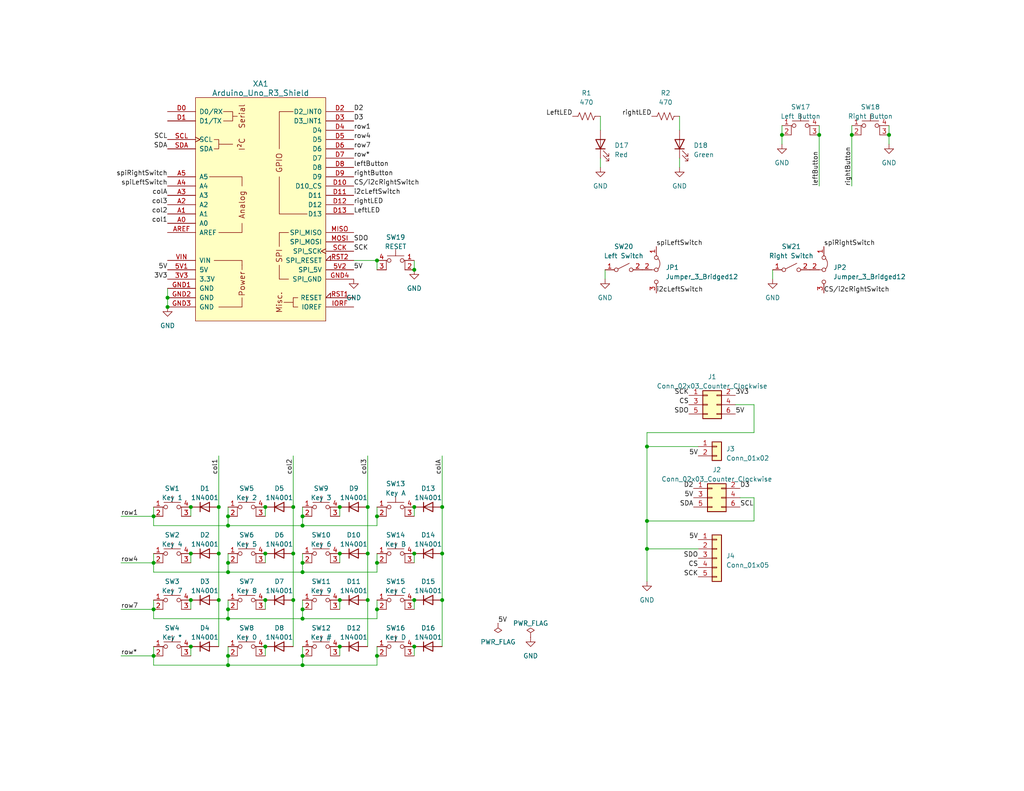
<source format=kicad_sch>
(kicad_sch (version 20230121) (generator eeschema)
  (paper "USLetter")
  (title_block (title "Cow Pi") (date "2023-05-25") (rev "mk3b") (comment 1 "5V Arduino Uno") (comment 2 "Through-hole PCB") (comment 3 "(no specific display module)") (comment 4 "SPI- or I2C-controlled display module"))
  (lib_symbols
    (symbol "1N4001_1" (pin_numbers hide) (pin_names hide)
      (property "Reference" "D" (at 0 2.54 0))
      (property "Value" "1N4001" (at 0 -2.54 0))
      (symbol "1N4001_1_0_1"
        (polyline (pts (xy -1.27 1.27) (xy -1.27 -1.27)) (stroke (width 0.254)))
        (polyline (pts (xy 1.27 0) (xy -1.27 0)))
        (polyline (pts (xy 1.27 1.27) (xy 1.27 -1.27) (xy -1.27 0) (xy 1.27 1.27)) (stroke (width 0.254)))
      )
      (symbol "1N4001_1_1_1"
        (pin passive line (at -3.81 0 0) (length 2.54) (name "K") (number "1"))
        (pin passive line (at 3.81 0 180) (length 2.54) (name "A") (number "2"))
      )
    )
    (symbol "Connector_Generic:Conn_01x02" (pin_names (offset 1.016) hide)
      (property "Reference" "J" (at 0 2.54 0))
      (property "Value" "Conn_01x02" (at 0 -5.08 0))
      (symbol "Conn_01x02_1_1"
        (rectangle (start -1.27 -2.413) (end 0 -2.667) (stroke (width 0.1524)))
        (rectangle (start -1.27 0.127) (end 0 -0.127) (stroke (width 0.1524)))
        (rectangle (start -1.27 1.27) (end 1.27 -3.81) (stroke (width 0.254)) (fill (type background)))
        (pin passive line (at -5.08 0 0) (length 3.81) (name "Pin_1") (number "1"))
        (pin passive line (at -5.08 -2.54 0) (length 3.81) (name "Pin_2") (number "2"))
      )
    )
    (symbol "Connector_Generic:Conn_01x05" (pin_names (offset 1.016) hide)
      (property "Reference" "J" (at 0 7.62 0))
      (property "Value" "Conn_01x05" (at 0 -7.62 0))
      (symbol "Conn_01x05_1_1"
        (rectangle (start -1.27 -4.953) (end 0 -5.207) (stroke (width 0.1524)))
        (rectangle (start -1.27 -2.413) (end 0 -2.667) (stroke (width 0.1524)))
        (rectangle (start -1.27 0.127) (end 0 -0.127) (stroke (width 0.1524)))
        (rectangle (start -1.27 2.667) (end 0 2.413) (stroke (width 0.1524)))
        (rectangle (start -1.27 5.207) (end 0 4.953) (stroke (width 0.1524)))
        (rectangle (start -1.27 6.35) (end 1.27 -6.35) (stroke (width 0.254)) (fill (type background)))
        (pin passive line (at -5.08 5.08 0) (length 3.81) (name "Pin_1") (number "1"))
        (pin passive line (at -5.08 2.54 0) (length 3.81) (name "Pin_2") (number "2"))
        (pin passive line (at -5.08 0 0) (length 3.81) (name "Pin_3") (number "3"))
        (pin passive line (at -5.08 -2.54 0) (length 3.81) (name "Pin_4") (number "4"))
        (pin passive line (at -5.08 -5.08 0) (length 3.81) (name "Pin_5") (number "5"))
      )
    )
    (symbol "Connector_Generic:Conn_02x03_Odd_Even" (pin_names (offset 1.016) hide)
      (property "Reference" "J" (at 1.27 5.08 0))
      (property "Value" "Conn_02x03_Odd_Even" (at 1.27 -5.08 0))
      (symbol "Conn_02x03_Odd_Even_1_1"
        (rectangle (start -1.27 -2.413) (end 0 -2.667) (stroke (width 0.1524)))
        (rectangle (start -1.27 0.127) (end 0 -0.127) (stroke (width 0.1524)))
        (rectangle (start -1.27 2.667) (end 0 2.413) (stroke (width 0.1524)))
        (rectangle (start -1.27 3.81) (end 3.81 -3.81) (stroke (width 0.254)) (fill (type background)))
        (rectangle (start 3.81 -2.413) (end 2.54 -2.667) (stroke (width 0.1524)))
        (rectangle (start 3.81 0.127) (end 2.54 -0.127) (stroke (width 0.1524)))
        (rectangle (start 3.81 2.667) (end 2.54 2.413) (stroke (width 0.1524)))
        (pin passive line (at -5.08 2.54 0) (length 3.81) (name "Pin_1") (number "1"))
        (pin passive line (at 7.62 2.54 180) (length 3.81) (name "Pin_2") (number "2"))
        (pin passive line (at -5.08 0 0) (length 3.81) (name "Pin_3") (number "3"))
        (pin passive line (at 7.62 0 180) (length 3.81) (name "Pin_4") (number "4"))
        (pin passive line (at -5.08 -2.54 0) (length 3.81) (name "Pin_5") (number "5"))
        (pin passive line (at 7.62 -2.54 180) (length 3.81) (name "Pin_6") (number "6"))
      )
    )
    (symbol "Device:LED" (pin_numbers hide) (pin_names (offset 1.016) hide)
      (property "Reference" "D" (at 0 2.54 0))
      (property "Value" "LED" (at 0 -2.54 0))
      (symbol "LED_0_1"
        (polyline (pts (xy -1.27 -1.27) (xy -1.27 1.27)) (stroke (width 0.254)))
        (polyline (pts (xy -1.27 0) (xy 1.27 0)))
        (polyline (pts (xy 1.27 -1.27) (xy 1.27 1.27) (xy -1.27 0) (xy 1.27 -1.27)) (stroke (width 0.254)))
        (polyline (pts (xy -3.048 -0.762) (xy -4.572 -2.286) (xy -3.81 -2.286) (xy -4.572 -2.286) (xy -4.572 -1.524)))
        (polyline (pts (xy -1.778 -0.762) (xy -3.302 -2.286) (xy -2.54 -2.286) (xy -3.302 -2.286) (xy -3.302 -1.524)))
      )
      (symbol "LED_1_1"
        (pin passive line (at -3.81 0 0) (length 2.54) (name "K") (number "1"))
        (pin passive line (at 3.81 0 180) (length 2.54) (name "A") (number "2"))
      )
    )
    (symbol "Device:R_US" (pin_numbers hide) (pin_names (offset 0))
      (property "Reference" "R" (at 2.54 0 90))
      (property "Value" "R_US" (at -2.54 0 90))
      (symbol "R_US_0_1"
        (polyline (pts (xy 0 -2.286) (xy 0 -2.54)))
        (polyline (pts (xy 0 2.286) (xy 0 2.54)))
        (polyline (pts (xy 0 -0.762) (xy 1.016 -1.143) (xy 0 -1.524) (xy -1.016 -1.905) (xy 0 -2.286)))
        (polyline (pts (xy 0 0.762) (xy 1.016 0.381) (xy 0 0) (xy -1.016 -0.381) (xy 0 -0.762)))
        (polyline (pts (xy 0 2.286) (xy 1.016 1.905) (xy 0 1.524) (xy -1.016 1.143) (xy 0 0.762)))
      )
      (symbol "R_US_1_1"
        (pin passive line (at 0 3.81 270) (length 1.27) (name "~") (number "1"))
        (pin passive line (at 0 -3.81 90) (length 1.27) (name "~") (number "2"))
      )
    )
    (symbol "Diode:1N4001" (pin_numbers hide) (pin_names hide)
      (property "Reference" "D" (at 0 2.54 0))
      (property "Value" "1N4001" (at 0 -2.54 0))
      (symbol "1N4001_0_1"
        (polyline (pts (xy -1.27 1.27) (xy -1.27 -1.27)) (stroke (width 0.254)))
        (polyline (pts (xy 1.27 0) (xy -1.27 0)))
        (polyline (pts (xy 1.27 1.27) (xy 1.27 -1.27) (xy -1.27 0) (xy 1.27 1.27)) (stroke (width 0.254)))
      )
      (symbol "1N4001_1_1"
        (pin passive line (at -3.81 0 0) (length 2.54) (name "K") (number "1"))
        (pin passive line (at 3.81 0 180) (length 2.54) (name "A") (number "2"))
      )
    )
    (symbol "GND_1" (power) (pin_names (offset 0))
      (property "Value" "GND_1" (at 0 -3.81 0))
      (symbol "GND_1_0_1"
        (polyline (pts (xy 0 0) (xy 0 -1.27) (xy 1.27 -1.27) (xy 0 -2.54) (xy -1.27 -1.27) (xy 0 -1.27)))
      )
      (symbol "GND_1_1_1"
        (pin power_in line (at 0 0 270) (length 0) hide (name "GND") (number "1"))
      )
    )
    (symbol "GND_2" (power) (pin_names (offset 0))
      (property "Value" "GND_2" (at 0 -3.81 0))
      (symbol "GND_2_0_1"
        (polyline (pts (xy 0 0) (xy 0 -1.27) (xy 1.27 -1.27) (xy 0 -2.54) (xy -1.27 -1.27) (xy 0 -1.27)))
      )
      (symbol "GND_2_1_1"
        (pin power_in line (at 0 0 270) (length 0) hide (name "GND") (number "1"))
      )
    )
    (symbol "Jumper:Jumper_3_Bridged12" (pin_names (offset 0) hide)
      (property "Reference" "JP" (at -2.54 -2.54 0))
      (property "Value" "Jumper_3_Bridged12" (at 0 2.794 0))
      (symbol "Jumper_3_Bridged12_0_0"
        (circle (center -3.302 0) (radius 0.508))
        (circle (center 0 0) (radius 0.508))
        (circle (center 3.302 0) (radius 0.508))
      )
      (symbol "Jumper_3_Bridged12_0_1"
        (arc (start -0.254 0.508) (mid -1.651 0.9912) (end -3.048 0.508))
        (polyline (pts (xy 0 -1.27) (xy 0 -0.508)))
      )
      (symbol "Jumper_3_Bridged12_1_1"
        (pin passive line (at -6.35 0 0) (length 2.54) (name "A") (number "1"))
        (pin passive line (at 0 -3.81 90) (length 2.54) (name "C") (number "2"))
        (pin passive line (at 6.35 0 180) (length 2.54) (name "B") (number "3"))
      )
    )
    (symbol "PCM_arduino-library:Arduino_Uno_R3_Shield" (pin_names (offset 1.016))
      (property "Reference" "XA" (at 0 36.83 0))
      (property "Value" "Arduino_Uno_R3_Shield" (at 0 33.02 0))
      (symbol "Arduino_Uno_R3_Shield_0_0"
        (rectangle (start -17.78 30.48) (end 17.78 -30.48) (fill (type background)))
        (rectangle (start -12.7 -13.97) (end -5.08 -13.97))
        (rectangle (start -11.43 -26.67) (end -5.08 -26.67))
        (polyline (pts (xy -11.43 17.78) (xy -7.62 17.78)))
        (polyline (pts (xy -7.62 25.4) (xy -6.35 25.4)))
        (polyline (pts (xy -5.08 -26.67) (xy -5.08 -24.13)))
        (polyline (pts (xy -5.08 -15.24) (xy -5.08 -16.51)))
        (polyline (pts (xy -5.08 -13.97) (xy -5.08 -15.24)))
        (polyline (pts (xy -5.08 -3.81) (xy -5.08 -6.35) (xy -11.43 -6.35)))
        (polyline (pts (xy -5.08 6.35) (xy -5.08 8.89) (xy -13.97 8.89)))
        (polyline (pts (xy 5.08 8.89) (xy 5.08 -1.27) (xy 12.7 -1.27)))
        (polyline (pts (xy 5.08 16.51) (xy 5.08 26.67) (xy 8.89 26.67)))
        (polyline (pts (xy -12.7 19.05) (xy -11.43 19.05) (xy -11.43 16.51) (xy -12.7 16.51)))
        (polyline (pts (xy -10.16 26.67) (xy -7.62 26.67) (xy -7.62 24.13) (xy -10.16 24.13)))
        (rectangle (start 5.08 -19.05) (end 5.08 -15.24))
        (rectangle (start 5.08 -19.05) (end 7.62 -19.05))
        (rectangle (start 5.08 -10.16) (end 5.08 -6.35))
        (rectangle (start 7.62 -6.35) (end 5.08 -6.35))
        (rectangle (start 8.89 -25.4) (end 6.35 -25.4))
        (rectangle (start 8.89 -24.13) (end 8.89 -26.67))
        (rectangle (start 10.16 -26.67) (end 8.89 -26.67))
        (rectangle (start 10.16 -24.13) (end 8.89 -24.13))
        (text "Analog" (at -5.08 1.27 900) (effects (font (size 1.524 1.524))))
        (text "I²C" (at -5.08 17.78 900) (effects (font (size 1.524 1.524))))
        (text "Misc." (at 5.08 -25.4 900) (effects (font (size 1.524 1.524))))
        (text "Power" (at -5.08 -20.32 900) (effects (font (size 1.524 1.524))))
        (text "Serial" (at -5.08 25.4 900) (effects (font (size 1.524 1.524))))
        (text "SPI" (at 5.08 -12.7 900) (effects (font (size 1.524 1.524))))
      )
      (symbol "Arduino_Uno_R3_Shield_1_0"
        (text "GPIO" (at 5.08 12.7 900) (effects (font (size 1.524 1.524))))
      )
      (symbol "Arduino_Uno_R3_Shield_1_1"
        (pin power_out line (at -25.4 -19.05 0) (length 7.62) (name "3.3V") (number "3V3"))
        (pin power_in line (at -25.4 -16.51 0) (length 7.62) (name "5V") (number "5V1"))
        (pin power_in line (at 25.4 -16.51 180) (length 7.62) (name "SPI_5V") (number "5V2"))
        (pin bidirectional line (at -25.4 -3.81 0) (length 7.62) (name "A0") (number "A0"))
        (pin bidirectional line (at -25.4 -1.27 0) (length 7.62) (name "A1") (number "A1"))
        (pin bidirectional line (at -25.4 1.27 0) (length 7.62) (name "A2") (number "A2"))
        (pin bidirectional line (at -25.4 3.81 0) (length 7.62) (name "A3") (number "A3"))
        (pin bidirectional line (at -25.4 6.35 0) (length 7.62) (name "A4") (number "A4"))
        (pin bidirectional line (at -25.4 8.89 0) (length 7.62) (name "A5") (number "A5"))
        (pin input line (at -25.4 -6.35 0) (length 7.62) (name "AREF") (number "AREF"))
        (pin bidirectional line (at -25.4 26.67 0) (length 7.62) (name "D0/RX") (number "D0"))
        (pin bidirectional line (at -25.4 24.13 0) (length 7.62) (name "D1/TX") (number "D1"))
        (pin bidirectional line (at 25.4 6.35 180) (length 7.62) (name "D10_CS") (number "D10"))
        (pin bidirectional line (at 25.4 3.81 180) (length 7.62) (name "D11") (number "D11"))
        (pin bidirectional line (at 25.4 1.27 180) (length 7.62) (name "D12") (number "D12"))
        (pin bidirectional line (at 25.4 -1.27 180) (length 7.62) (name "D13") (number "D13"))
        (pin bidirectional line (at 25.4 26.67 180) (length 7.62) (name "D2_INT0") (number "D2"))
        (pin bidirectional line (at 25.4 24.13 180) (length 7.62) (name "D3_INT1") (number "D3"))
        (pin bidirectional line (at 25.4 21.59 180) (length 7.62) (name "D4") (number "D4"))
        (pin bidirectional line (at 25.4 19.05 180) (length 7.62) (name "D5") (number "D5"))
        (pin bidirectional line (at 25.4 16.51 180) (length 7.62) (name "D6") (number "D6"))
        (pin bidirectional line (at 25.4 13.97 180) (length 7.62) (name "D7") (number "D7"))
        (pin bidirectional line (at 25.4 11.43 180) (length 7.62) (name "D8") (number "D8"))
        (pin bidirectional line (at 25.4 8.89 180) (length 7.62) (name "D9") (number "D9"))
        (pin power_in line (at -25.4 -21.59 0) (length 7.62) (name "GND") (number "GND1"))
        (pin power_in line (at -25.4 -24.13 0) (length 7.62) (name "GND") (number "GND2"))
        (pin power_in line (at -25.4 -26.67 0) (length 7.62) (name "GND") (number "GND3"))
        (pin power_in line (at 25.4 -19.05 180) (length 7.62) (name "SPI_GND") (number "GND4"))
        (pin output line (at 25.4 -26.67 180) (length 7.62) (name "IOREF") (number "IORF"))
        (pin input line (at 25.4 -6.35 180) (length 7.62) (name "SPI_MISO") (number "MISO"))
        (pin output line (at 25.4 -8.89 180) (length 7.62) (name "SPI_MOSI") (number "MOSI"))
        (pin open_collector input_low (at 25.4 -24.13 180) (length 7.62) (name "RESET") (number "RST1"))
        (pin open_collector input_low (at 25.4 -13.97 180) (length 7.62) (name "SPI_RESET") (number "RST2"))
        (pin output clock (at 25.4 -11.43 180) (length 7.62) (name "SPI_SCK") (number "SCK"))
        (pin bidirectional clock (at -25.4 19.05 0) (length 7.62) (name "SCL") (number "SCL"))
        (pin bidirectional line (at -25.4 16.51 0) (length 7.62) (name "SDA") (number "SDA"))
        (pin power_in line (at -25.4 -13.97 0) (length 7.62) (name "VIN") (number "VIN"))
      )
    )
    (symbol "PWR_FLAG_1" (power) (pin_numbers hide) (pin_names (offset 0) hide)
      (property "Value" "PWR_FLAG_1" (at 0 3.81 0))
      (symbol "PWR_FLAG_1_0_0"
        (pin power_out line (at 0 0 90) (length 0) (name "pwr") (number "1"))
      )
      (symbol "PWR_FLAG_1_0_1"
        (polyline (pts (xy 0 0) (xy 0 1.27) (xy -1.016 1.905) (xy 0 2.54) (xy 1.016 1.905) (xy 0 1.27)))
      )
    )
    (symbol "Switch:SW_MEC_5E" (pin_names (offset 1.016) hide)
      (property "Reference" "SW" (at 0.635 5.715 0))
      (property "Value" "SW_MEC_5E" (at 0 -3.175 0))
      (symbol "SW_MEC_5E_0_1"
        (circle (center -1.778 2.54) (radius 0.508))
        (polyline (pts (xy -2.286 3.81) (xy 2.286 3.81)))
        (polyline (pts (xy 0 3.81) (xy 0 5.588)))
        (polyline (pts (xy -2.54 0) (xy -2.54 2.54) (xy -2.286 2.54)))
        (polyline (pts (xy 2.54 0) (xy 2.54 2.54) (xy 2.286 2.54)))
        (circle (center 1.778 2.54) (radius 0.508))
        (pin passive line (at -5.08 2.54 0) (length 2.54) (name "1") (number "1"))
        (pin passive line (at -5.08 0 0) (length 2.54) (name "2") (number "2"))
        (pin passive line (at 5.08 0 180) (length 2.54) (name "K") (number "3"))
        (pin passive line (at 5.08 2.54 180) (length 2.54) (name "A") (number "4"))
      )
    )
    (symbol "Switch:SW_SPST" (pin_names (offset 0) hide)
      (property "Reference" "SW" (at 0 3.175 0))
      (property "Value" "SW_SPST" (at 0 -2.54 0))
      (symbol "SW_SPST_0_0"
        (circle (center -2.032 0) (radius 0.508))
        (polyline (pts (xy -1.524 0.254) (xy 1.524 1.778)))
        (circle (center 2.032 0) (radius 0.508))
      )
      (symbol "SW_SPST_1_1"
        (pin passive line (at -5.08 0 0) (length 2.54) (name "A") (number "1"))
        (pin passive line (at 5.08 0 180) (length 2.54) (name "B") (number "2"))
      )
    )
  )
  (junction (at 82.55 168.91))
  (junction (at 102.87 179.07))
  (junction (at 92.71 138.43))
  (junction (at 52.07 176.53))
  (junction (at 113.03 176.53))
  (junction (at 82.55 143.51))
  (junction (at 92.71 176.53))
  (junction (at 232.41 36.83))
  (junction (at 80.01 138.43))
  (junction (at 113.03 73.66))
  (junction (at 62.23 156.21))
  (junction (at 176.53 149.86))
  (junction (at 80.01 151.13))
  (junction (at 120.65 163.83))
  (junction (at 113.03 151.13))
  (junction (at 100.33 163.83))
  (junction (at 62.23 140.97))
  (junction (at 59.69 138.43))
  (junction (at 113.03 138.43))
  (junction (at 80.01 163.83))
  (junction (at 213.36 36.83))
  (junction (at 176.53 121.92))
  (junction (at 102.87 71.12))
  (junction (at 120.65 151.13))
  (junction (at 41.91 153.67))
  (junction (at 102.87 153.67))
  (junction (at 113.03 163.83))
  (junction (at 45.72 83.82))
  (junction (at 52.07 163.83))
  (junction (at 72.39 138.43))
  (junction (at 102.87 140.97))
  (junction (at 59.69 151.13))
  (junction (at 62.23 166.37))
  (junction (at 102.87 166.37))
  (junction (at 82.55 140.97))
  (junction (at 72.39 151.13))
  (junction (at 82.55 179.07))
  (junction (at 41.91 140.97))
  (junction (at 176.53 142.24))
  (junction (at 82.55 153.67))
  (junction (at 62.23 168.91))
  (junction (at 223.52 36.83))
  (junction (at 52.07 138.43))
  (junction (at 45.72 81.28))
  (junction (at 92.71 151.13))
  (junction (at 82.55 156.21))
  (junction (at 92.71 163.83))
  (junction (at 59.69 163.83))
  (junction (at 242.57 36.83))
  (junction (at 52.07 151.13))
  (junction (at 82.55 166.37))
  (junction (at 120.65 138.43))
  (junction (at 41.91 179.07))
  (junction (at 100.33 138.43))
  (junction (at 62.23 181.61))
  (junction (at 72.39 163.83))
  (junction (at 72.39 176.53))
  (junction (at 62.23 179.07))
  (junction (at 41.91 166.37))
  (junction (at 82.55 181.61))
  (junction (at 62.23 153.67))
  (junction (at 100.33 151.13))
  (junction (at 62.23 143.51))
  (wire (pts (xy 41.91 168.91) (xy 62.23 168.91)))
  (wire (pts (xy 82.55 138.43) (xy 82.55 140.97)))
  (wire (pts (xy 82.55 179.07) (xy 82.55 181.61)))
  (wire (pts (xy 59.69 163.83) (xy 59.69 176.53)))
  (wire (pts (xy 41.91 138.43) (xy 41.91 140.97)))
  (wire (pts (xy 82.55 156.21) (xy 102.87 156.21)))
  (wire (pts (xy 205.74 110.49) (xy 205.74 118.11)))
  (wire (pts (xy 242.57 34.29) (xy 242.57 36.83)))
  (wire (pts (xy 82.55 181.61) (xy 102.87 181.61)))
  (wire (pts (xy 62.23 179.07) (xy 62.23 181.61)))
  (wire (pts (xy 41.91 166.37) (xy 41.91 168.91)))
  (wire (pts (xy 52.07 176.53) (xy 52.07 179.07)))
  (wire (pts (xy 82.55 140.97) (xy 82.55 143.51)))
  (wire (pts (xy 176.53 118.11) (xy 176.53 121.92)))
  (wire (pts (xy 52.07 138.43) (xy 52.07 140.97)))
  (wire (pts (xy 120.65 163.83) (xy 120.65 176.53)))
  (wire (pts (xy 100.33 163.83) (xy 100.33 176.53)))
  (wire (pts (xy 41.91 143.51) (xy 62.23 143.51)))
  (wire (pts (xy 41.91 156.21) (xy 62.23 156.21)))
  (wire (pts (xy 62.23 143.51) (xy 82.55 143.51)))
  (wire (pts (xy 59.69 138.43) (xy 59.69 151.13)))
  (wire (pts (xy 92.71 151.13) (xy 92.71 153.67)))
  (wire (pts (xy 41.91 176.53) (xy 41.91 179.07)))
  (wire (pts (xy 82.55 176.53) (xy 82.55 179.07)))
  (wire (pts (xy 205.74 118.11) (xy 176.53 118.11)))
  (wire (pts (xy 62.23 151.13) (xy 62.23 153.67)))
  (wire (pts (xy 100.33 151.13) (xy 100.33 163.83)))
  (wire (pts (xy 213.36 36.83) (xy 213.36 39.37)))
  (wire (pts (xy 52.07 163.83) (xy 52.07 166.37)))
  (wire (pts (xy 72.39 151.13) (xy 72.39 153.67)))
  (wire (pts (xy 163.83 31.75) (xy 163.83 35.56)))
  (wire (pts (xy 45.72 78.74) (xy 45.72 81.28)))
  (wire (pts (xy 201.93 135.89) (xy 205.74 135.89)))
  (wire (pts (xy 176.53 149.86) (xy 176.53 158.75)))
  (wire (pts (xy 213.36 34.29) (xy 213.36 36.83)))
  (wire (pts (xy 72.39 176.53) (xy 72.39 179.07)))
  (wire (pts (xy 176.53 121.92) (xy 176.53 142.24)))
  (wire (pts (xy 102.87 156.21) (xy 102.87 153.67)))
  (wire (pts (xy 62.23 156.21) (xy 82.55 156.21)))
  (wire (pts (xy 176.53 142.24) (xy 205.74 142.24)))
  (wire (pts (xy 176.53 149.86) (xy 190.5 149.86)))
  (wire (pts (xy 80.01 151.13) (xy 80.01 163.83)))
  (wire (pts (xy 62.23 163.83) (xy 62.23 166.37)))
  (wire (pts (xy 205.74 135.89) (xy 205.74 142.24)))
  (wire (pts (xy 62.23 176.53) (xy 62.23 179.07)))
  (wire (pts (xy 82.55 143.51) (xy 102.87 143.51)))
  (wire (pts (xy 45.72 81.28) (xy 45.72 83.82)))
  (wire (pts (xy 223.52 36.83) (xy 223.52 50.8)))
  (wire (pts (xy 100.33 124.46) (xy 100.33 138.43)))
  (wire (pts (xy 41.91 163.83) (xy 41.91 166.37)))
  (wire (pts (xy 113.03 151.13) (xy 113.03 153.67)))
  (wire (pts (xy 232.41 34.29) (xy 232.41 36.83)))
  (wire (pts (xy 41.91 179.07) (xy 41.91 181.61)))
  (wire (pts (xy 232.41 36.83) (xy 232.41 50.8)))
  (wire (pts (xy 102.87 181.61) (xy 102.87 179.07)))
  (wire (pts (xy 52.07 151.13) (xy 52.07 153.67)))
  (wire (pts (xy 176.53 121.92) (xy 190.5 121.92)))
  (wire (pts (xy 113.03 71.12) (xy 113.03 73.66)))
  (wire (pts (xy 113.03 138.43) (xy 113.03 140.97)))
  (wire (pts (xy 33.02 153.67) (xy 41.91 153.67)))
  (wire (pts (xy 92.71 163.83) (xy 92.71 166.37)))
  (wire (pts (xy 176.53 142.24) (xy 176.53 149.86)))
  (wire (pts (xy 113.03 163.83) (xy 113.03 166.37)))
  (wire (pts (xy 82.55 151.13) (xy 82.55 153.67)))
  (wire (pts (xy 80.01 163.83) (xy 80.01 176.53)))
  (wire (pts (xy 82.55 153.67) (xy 82.55 156.21)))
  (wire (pts (xy 80.01 138.43) (xy 80.01 151.13)))
  (wire (pts (xy 96.52 71.12) (xy 102.87 71.12)))
  (wire (pts (xy 163.83 43.18) (xy 163.83 45.72)))
  (wire (pts (xy 62.23 181.61) (xy 82.55 181.61)))
  (wire (pts (xy 59.69 151.13) (xy 59.69 163.83)))
  (wire (pts (xy 33.02 166.37) (xy 41.91 166.37)))
  (wire (pts (xy 72.39 138.43) (xy 72.39 140.97)))
  (wire (pts (xy 102.87 71.12) (xy 102.87 73.66)))
  (wire (pts (xy 102.87 138.43) (xy 102.87 140.97)))
  (wire (pts (xy 120.65 124.46) (xy 120.65 138.43)))
  (wire (pts (xy 62.23 140.97) (xy 62.23 143.51)))
  (wire (pts (xy 33.02 179.07) (xy 41.91 179.07)))
  (wire (pts (xy 82.55 166.37) (xy 82.55 168.91)))
  (wire (pts (xy 62.23 153.67) (xy 62.23 156.21)))
  (wire (pts (xy 72.39 163.83) (xy 72.39 166.37)))
  (wire (pts (xy 82.55 168.91) (xy 102.87 168.91)))
  (wire (pts (xy 102.87 176.53) (xy 102.87 179.07)))
  (wire (pts (xy 41.91 151.13) (xy 41.91 153.67)))
  (wire (pts (xy 120.65 151.13) (xy 120.65 163.83)))
  (wire (pts (xy 185.42 31.75) (xy 185.42 35.56)))
  (wire (pts (xy 62.23 138.43) (xy 62.23 140.97)))
  (wire (pts (xy 102.87 168.91) (xy 102.87 166.37)))
  (wire (pts (xy 92.71 176.53) (xy 92.71 179.07)))
  (wire (pts (xy 165.1 73.66) (xy 165.1 76.2)))
  (wire (pts (xy 185.42 43.18) (xy 185.42 45.72)))
  (wire (pts (xy 102.87 140.97) (xy 102.87 143.51)))
  (wire (pts (xy 102.87 163.83) (xy 102.87 166.37)))
  (wire (pts (xy 200.66 110.49) (xy 205.74 110.49)))
  (wire (pts (xy 223.52 34.29) (xy 223.52 36.83)))
  (wire (pts (xy 80.01 124.46) (xy 80.01 138.43)))
  (wire (pts (xy 102.87 151.13) (xy 102.87 153.67)))
  (wire (pts (xy 59.69 124.46) (xy 59.69 138.43)))
  (wire (pts (xy 210.82 73.66) (xy 210.82 76.2)))
  (wire (pts (xy 113.03 176.53) (xy 113.03 179.07)))
  (wire (pts (xy 82.55 163.83) (xy 82.55 166.37)))
  (wire (pts (xy 41.91 153.67) (xy 41.91 156.21)))
  (wire (pts (xy 92.71 138.43) (xy 92.71 140.97)))
  (wire (pts (xy 41.91 181.61) (xy 62.23 181.61)))
  (wire (pts (xy 33.02 140.97) (xy 41.91 140.97)))
  (wire (pts (xy 62.23 166.37) (xy 62.23 168.91)))
  (wire (pts (xy 62.23 168.91) (xy 82.55 168.91)))
  (wire (pts (xy 100.33 138.43) (xy 100.33 151.13)))
  (wire (pts (xy 242.57 36.83) (xy 242.57 39.37)))
  (wire (pts (xy 120.65 138.43) (xy 120.65 151.13)))
  (wire (pts (xy 41.91 140.97) (xy 41.91 143.51)))
  (label "SDO" (at 96.52 66.04 0))
  (label "CS" (at 190.5 154.94 180))
  (label "D3" (at 201.93 133.35 0))
  (label "5V" (at 189.23 135.89 180))
  (label "row4" (at 33.02 153.67 0))
  (label "row*" (at 96.52 43.18 0))
  (label "col1" (at 59.69 129.54 90))
  (label "row1" (at 33.02 140.97 0))
  (label "5V" (at 45.72 73.66 180))
  (label "col1" (at 45.72 60.96 180))
  (label "spiRightSwitch" (at 224.79 67.31 0))
  (label "5V" (at 96.52 73.66 0))
  (label "SCK" (at 190.5 157.48 180))
  (label "col2" (at 45.72 58.42 180))
  (label "rightButton" (at 232.41 50.8 90))
  (label "SCL" (at 45.72 38.1 180))
  (label "SCL" (at 201.93 138.43 0))
  (label "D3" (at 96.52 33.02 0))
  (label "col3" (at 45.72 55.88 180))
  (label "LeftLED" (at 96.52 58.42 0))
  (label "rightLED" (at 96.52 55.88 0))
  (label "SDA" (at 45.72 40.64 180))
  (label "i2cLeftSwitch" (at 179.07 80.01 0))
  (label "leftButton" (at 223.52 50.8 90))
  (label "D2" (at 96.52 30.48 0))
  (label "5V" (at 190.5 124.46 180))
  (label "spiRightSwitch" (at 45.72 48.26 180))
  (label "row*" (at 33.02 179.07 0))
  (label "leftButton" (at 96.52 45.72 0))
  (label "spiLeftSwitch" (at 45.72 50.8 180))
  (label "rightLED" (at 177.8 31.75 180))
  (label "i2cLeftSwitch" (at 96.52 53.34 0))
  (label "SDO" (at 187.96 113.03 180))
  (label "SDO" (at 190.5 152.4 180))
  (label "5V" (at 135.89 170.18 0))
  (label "5V" (at 200.66 113.03 0))
  (label "CS{slash}i2cRightSwitch" (at 224.79 80.01 0))
  (label "CS" (at 187.96 110.49 180))
  (label "row4" (at 96.52 38.1 0))
  (label "D2" (at 189.23 133.35 180))
  (label "LeftLED" (at 156.21 31.75 180))
  (label "SCK" (at 96.52 68.58 0))
  (label "5V" (at 190.5 147.32 180))
  (label "rightButton" (at 96.52 48.26 0))
  (label "colA" (at 120.65 129.54 90))
  (label "3V3" (at 45.72 76.2 180))
  (label "colA" (at 45.72 53.34 180))
  (label "col3" (at 100.33 129.54 90))
  (label "row7" (at 33.02 166.37 0))
  (label "SCK" (at 187.96 107.95 180))
  (label "SDA" (at 189.23 138.43 180))
  (label "3V3" (at 200.66 107.95 0))
  (label "CS{slash}i2cRightSwitch" (at 96.52 50.8 0))
  (label "row7" (at 96.52 40.64 0))
  (label "col2" (at 80.01 129.54 90))
  (label "row1" (at 96.52 35.56 0))
  (label "spiLeftSwitch" (at 179.07 67.31 0))
  (symbol (lib_id "Device:LED") (at 185.42 39.37 90) (unit 1)
    (property "Reference" "D18" (at 189.23 39.6874 90) (effects (justify right)))
    (property "Value" "Green" (at 189.23 42.2274 90) (effects (justify right)))
    (property "Footprint" "LED_THT:LED_D5.0mm" (effects hide))
  )
  (symbol (lib_id "Switch:SW_SPST") (at 170.18 73.66 0) (unit 1)
    (property "Reference" "SW20" (at 170.18 67.31 0))
    (property "Value" "Left Switch" (at 170.18 69.85 0))
    (property "Footprint" "Button_Switch_THT:SW_Slide_1P2T_CK_OS102011MS2Q" (effects hide))
  )
  (symbol (lib_id "Device:R_US") (at 160.02 31.75 90) (unit 1)
    (property "Reference" "R1" (at 160.02 25.4 90))
    (property "Value" "470" (at 160.02 27.94 90))
    (property "Footprint" "Resistor_THT:R_Axial_DIN0309_L9.0mm_D3.2mm_P12.70mm_Horizontal" (effects hide))
  )
  (symbol (lib_name "GND_1") (lib_id "power:GND") (at 165.1 76.2 0) (unit 1)
    (property "Reference" "#PWR01" (effects hide))
    (property "Value" "GND" (at 165.1 81.28 0))
  )
  (symbol (lib_id "Switch:SW_MEC_5E") (at 107.95 140.97 0) (unit 1)
    (property "Reference" "SW13" (at 107.95 132.08 0))
    (property "Value" "Key A" (at 107.95 134.62 0))
    (property "Footprint" "Button_Switch_THT:SW_PUSH_6mm_H5mm" (effects hide))
    (property "Datasheet" "http://www.apem.com/int/index.php?controller=attachment&id_attachment=1371" (effects hide))
  )
  (symbol (lib_id "Connector_Generic:Conn_02x03_Odd_Even") (at 193.04 110.49 0) (unit 1)
    (property "Reference" "J1" (at 194.31 102.87 0))
    (property "Value" "Conn_02x03_Counter_Clockwise" (at 194.31 105.41 0))
    (property "Footprint" "Connector_PinSocket_2.54mm:PinSocket_2x03_P2.54mm_Vertical" (effects hide))
  )
  (symbol (lib_id "Diode:1N4001") (at 116.84 163.83 0) (unit 1)
    (property "Reference" "D15" (at 116.84 158.75 0))
    (property "Value" "1N4001" (at 116.84 161.29 0))
    (property "Footprint" "Diode_THT:D_DO-41_SOD81_P10.16mm_Horizontal" (effects hide))
    (property "Datasheet" "http://www.vishay.com/docs/88503/1n4001.pdf" (effects hide))
    (property "Sim.Device" "D" (effects hide))
    (property "Sim.Pins" "1=K 2=A" (effects hide))
  )
  (symbol (lib_name "1N4001_1") (lib_id "Diode:1N4001") (at 55.88 138.43 0) (unit 1)
    (property "Reference" "D1" (at 55.88 133.35 0))
    (property "Value" "1N4001" (at 55.88 135.89 0))
    (property "Footprint" "Diode_THT:D_DO-41_SOD81_P10.16mm_Horizontal" (effects hide))
    (property "Datasheet" "http://www.vishay.com/docs/88503/1n4001.pdf" (effects hide))
    (property "Sim.Device" "D" (effects hide))
    (property "Sim.Pins" "1=K 2=A" (effects hide))
  )
  (symbol (lib_id "Switch:SW_MEC_5E") (at 67.31 140.97 0) (unit 1)
    (property "Reference" "SW5" (at 67.31 133.35 0))
    (property "Value" "Key 2" (at 67.31 135.89 0))
    (property "Footprint" "Button_Switch_THT:SW_PUSH_6mm_H5mm" (effects hide))
    (property "Datasheet" "http://www.apem.com/int/index.php?controller=attachment&id_attachment=1371" (effects hide))
  )
  (symbol (lib_id "Diode:1N4001") (at 96.52 151.13 0) (unit 1)
    (property "Reference" "D10" (at 96.52 146.05 0))
    (property "Value" "1N4001" (at 96.52 148.59 0))
    (property "Footprint" "Diode_THT:D_DO-41_SOD81_P10.16mm_Horizontal" (effects hide))
    (property "Datasheet" "http://www.vishay.com/docs/88503/1n4001.pdf" (effects hide))
    (property "Sim.Device" "D" (effects hide))
    (property "Sim.Pins" "1=K 2=A" (effects hide))
  )
  (symbol (lib_name "GND_2") (lib_id "power:GND") (at 96.52 76.2 0) (unit 1)
    (property "Reference" "#PWR08" (effects hide))
    (property "Value" "GND" (at 96.52 81.28 0))
  )
  (symbol (lib_id "Connector_Generic:Conn_01x05") (at 195.58 152.4 0) (unit 1)
    (property "Reference" "J4" (at 198.12 151.765 0) (effects (justify left)))
    (property "Value" "Conn_01x05" (at 198.12 154.305 0) (effects (justify left)))
    (property "Footprint" "Connector_PinSocket_2.54mm:PinSocket_1x05_P2.54mm_Vertical" (effects hide))
  )
  (symbol (lib_id "Jumper:Jumper_3_Bridged12") (at 224.79 73.66 270) (unit 1)
    (property "Reference" "JP2" (at 227.33 73.025 90) (effects (justify left)))
    (property "Value" "Jumper_3_Bridged12" (at 227.33 75.565 90) (effects (justify left)))
    (property "Footprint" "Connector_PinHeader_2.54mm:PinHeader_1x03_P2.54mm_Vertical" (effects hide))
  )
  (symbol (lib_id "Diode:1N4001") (at 76.2 176.53 0) (unit 1)
    (property "Reference" "D8" (at 76.2 171.45 0))
    (property "Value" "1N4001" (at 76.2 173.99 0))
    (property "Footprint" "Diode_THT:D_DO-41_SOD81_P10.16mm_Horizontal" (effects hide))
    (property "Datasheet" "http://www.vishay.com/docs/88503/1n4001.pdf" (effects hide))
    (property "Sim.Device" "D" (effects hide))
    (property "Sim.Pins" "1=K 2=A" (effects hide))
  )
  (symbol (lib_id "Switch:SW_MEC_5E") (at 46.99 166.37 0) (unit 1)
    (property "Reference" "SW3" (at 46.99 158.75 0))
    (property "Value" "Key 7" (at 46.99 161.29 0))
    (property "Footprint" "Button_Switch_THT:SW_PUSH_6mm_H5mm" (effects hide))
    (property "Datasheet" "http://www.apem.com/int/index.php?controller=attachment&id_attachment=1371" (effects hide))
  )
  (symbol (lib_id "Switch:SW_MEC_5E") (at 87.63 140.97 0) (unit 1)
    (property "Reference" "SW9" (at 87.63 133.35 0))
    (property "Value" "Key 3" (at 87.63 135.89 0))
    (property "Footprint" "Button_Switch_THT:SW_PUSH_6mm_H5mm" (effects hide))
    (property "Datasheet" "http://www.apem.com/int/index.php?controller=attachment&id_attachment=1371" (effects hide))
  )
  (symbol (lib_id "Diode:1N4001") (at 76.2 163.83 0) (unit 1)
    (property "Reference" "D7" (at 76.2 158.75 0))
    (property "Value" "1N4001" (at 76.2 161.29 0))
    (property "Footprint" "Diode_THT:D_DO-41_SOD81_P10.16mm_Horizontal" (effects hide))
    (property "Datasheet" "http://www.vishay.com/docs/88503/1n4001.pdf" (effects hide))
    (property "Sim.Device" "D" (effects hide))
    (property "Sim.Pins" "1=K 2=A" (effects hide))
  )
  (symbol (lib_id "Diode:1N4001") (at 55.88 176.53 0) (unit 1)
    (property "Reference" "D4" (at 55.88 171.45 0))
    (property "Value" "1N4001" (at 55.88 173.99 0))
    (property "Footprint" "Diode_THT:D_DO-41_SOD81_P10.16mm_Horizontal" (effects hide))
    (property "Datasheet" "http://www.vishay.com/docs/88503/1n4001.pdf" (effects hide))
    (property "Sim.Device" "D" (effects hide))
    (property "Sim.Pins" "1=K 2=A" (effects hide))
  )
  (symbol (lib_id "Diode:1N4001") (at 76.2 151.13 0) (unit 1)
    (property "Reference" "D6" (at 76.2 146.05 0))
    (property "Value" "1N4001" (at 76.2 148.59 0))
    (property "Footprint" "Diode_THT:D_DO-41_SOD81_P10.16mm_Horizontal" (effects hide))
    (property "Datasheet" "http://www.vishay.com/docs/88503/1n4001.pdf" (effects hide))
    (property "Sim.Device" "D" (effects hide))
    (property "Sim.Pins" "1=K 2=A" (effects hide))
  )
  (symbol (lib_name "GND_2") (lib_id "power:GND") (at 185.42 45.72 0) (unit 1)
    (property "Reference" "#PWR04" (effects hide))
    (property "Value" "GND" (at 185.42 50.8 0))
  )
  (symbol (lib_id "Switch:SW_MEC_5E") (at 87.63 179.07 0) (unit 1)
    (property "Reference" "SW12" (at 87.63 171.45 0))
    (property "Value" "Key #" (at 87.63 173.99 0))
    (property "Footprint" "Button_Switch_THT:SW_PUSH_6mm_H5mm" (effects hide))
    (property "Datasheet" "http://www.apem.com/int/index.php?controller=attachment&id_attachment=1371" (effects hide))
  )
  (symbol (lib_id "Diode:1N4001") (at 96.52 176.53 0) (unit 1)
    (property "Reference" "D12" (at 96.52 171.45 0))
    (property "Value" "1N4001" (at 96.52 173.99 0))
    (property "Footprint" "Diode_THT:D_DO-41_SOD81_P10.16mm_Horizontal" (effects hide))
    (property "Datasheet" "http://www.vishay.com/docs/88503/1n4001.pdf" (effects hide))
    (property "Sim.Device" "D" (effects hide))
    (property "Sim.Pins" "1=K 2=A" (effects hide))
  )
  (symbol (lib_id "Switch:SW_MEC_5E") (at 46.99 140.97 0) (unit 1)
    (property "Reference" "SW1" (at 46.99 133.35 0))
    (property "Value" "Key 1" (at 46.99 135.89 0))
    (property "Footprint" "Button_Switch_THT:SW_PUSH_6mm_H5mm" (effects hide))
    (property "Datasheet" "http://www.apem.com/int/index.php?controller=attachment&id_attachment=1371" (effects hide))
  )
  (symbol (lib_id "Switch:SW_MEC_5E") (at 107.95 153.67 0) (unit 1)
    (property "Reference" "SW14" (at 107.95 146.05 0))
    (property "Value" "Key B" (at 107.95 148.59 0))
    (property "Footprint" "Button_Switch_THT:SW_PUSH_6mm_H5mm" (effects hide))
    (property "Datasheet" "http://www.apem.com/int/index.php?controller=attachment&id_attachment=1371" (effects hide))
  )
  (symbol (lib_name "GND_2") (lib_id "power:GND") (at 242.57 39.37 0) (unit 1)
    (property "Reference" "#PWR010" (effects hide))
    (property "Value" "GND" (at 242.57 44.45 0))
  )
  (symbol (lib_name "GND_2") (lib_id "power:GND") (at 163.83 45.72 0) (unit 1)
    (property "Reference" "#PWR05" (effects hide))
    (property "Value" "GND" (at 163.83 50.8 0))
  )
  (symbol (lib_id "PCM_arduino-library:Arduino_Uno_R3_Shield") (at 71.12 57.15 0) (unit 1)
    (property "Reference" "XA1" (at 71.12 22.86 0) (effects (font (size 1.524 1.524))))
    (property "Value" "Arduino_Uno_R3_Shield" (at 71.12 25.4 0) (effects (font (size 1.524 1.524))))
    (property "Footprint" "PCM_arduino-library:Arduino_Uno_R3_Shield" (effects hide))
    (property "Datasheet" "https://docs.arduino.cc/hardware/uno-rev3" (effects hide))
  )
  (symbol (lib_id "Switch:SW_MEC_5E") (at 87.63 153.67 0) (unit 1)
    (property "Reference" "SW10" (at 87.63 146.05 0))
    (property "Value" "Key 6" (at 87.63 148.59 0))
    (property "Footprint" "Button_Switch_THT:SW_PUSH_6mm_H5mm" (effects hide))
    (property "Datasheet" "http://www.apem.com/int/index.php?controller=attachment&id_attachment=1371" (effects hide))
  )
  (symbol (lib_id "Device:R_US") (at 181.61 31.75 90) (unit 1)
    (property "Reference" "R2" (at 181.61 25.4 90))
    (property "Value" "470" (at 181.61 27.94 90))
    (property "Footprint" "Resistor_THT:R_Axial_DIN0309_L9.0mm_D3.2mm_P12.70mm_Horizontal" (effects hide))
  )
  (symbol (lib_name "GND_2") (lib_id "power:GND") (at 210.82 76.2 0) (unit 1)
    (property "Reference" "#PWR02" (effects hide))
    (property "Value" "GND" (at 210.82 81.28 0))
  )
  (symbol (lib_name "PWR_FLAG_1") (lib_id "power:PWR_FLAG") (at 135.89 170.18 180) (unit 1)
    (property "Reference" "#FLG02" (effects hide))
    (property "Value" "PWR_FLAG" (at 135.89 175.26 0))
  )
  (symbol (lib_id "Connector_Generic:Conn_02x03_Odd_Even") (at 194.31 135.89 0) (unit 1)
    (property "Reference" "J2" (at 195.58 128.27 0))
    (property "Value" "Conn_02x03_Counter_Clockwise" (at 195.58 130.81 0))
    (property "Footprint" "Connector_PinSocket_2.54mm:PinSocket_2x03_P2.54mm_Vertical" (effects hide))
  )
  (symbol (lib_id "Diode:1N4001") (at 116.84 176.53 0) (unit 1)
    (property "Reference" "D16" (at 116.84 171.45 0))
    (property "Value" "1N4001" (at 116.84 173.99 0))
    (property "Footprint" "Diode_THT:D_DO-41_SOD81_P10.16mm_Horizontal" (effects hide))
    (property "Datasheet" "http://www.vishay.com/docs/88503/1n4001.pdf" (effects hide))
    (property "Sim.Device" "D" (effects hide))
    (property "Sim.Pins" "1=K 2=A" (effects hide))
  )
  (symbol (lib_name "GND_1") (lib_id "power:GND") (at 144.78 173.99 0) (unit 1)
    (property "Reference" "#PWR07" (effects hide))
    (property "Value" "GND" (at 144.78 179.07 0))
  )
  (symbol (lib_id "Diode:1N4001") (at 55.88 163.83 0) (unit 1)
    (property "Reference" "D3" (at 55.88 158.75 0))
    (property "Value" "1N4001" (at 55.88 161.29 0))
    (property "Footprint" "Diode_THT:D_DO-41_SOD81_P10.16mm_Horizontal" (effects hide))
    (property "Datasheet" "http://www.vishay.com/docs/88503/1n4001.pdf" (effects hide))
    (property "Sim.Device" "D" (effects hide))
    (property "Sim.Pins" "1=K 2=A" (effects hide))
  )
  (symbol (lib_id "Switch:SW_MEC_5E") (at 107.95 179.07 0) (unit 1)
    (property "Reference" "SW16" (at 107.95 171.45 0))
    (property "Value" "Key D" (at 107.95 173.99 0))
    (property "Footprint" "Button_Switch_THT:SW_PUSH_6mm_H5mm" (effects hide))
    (property "Datasheet" "http://www.apem.com/int/index.php?controller=attachment&id_attachment=1371" (effects hide))
  )
  (symbol (lib_id "Device:LED") (at 163.83 39.37 90) (unit 1)
    (property "Reference" "D17" (at 167.64 39.6874 90) (effects (justify right)))
    (property "Value" "Red" (at 167.64 42.2274 90) (effects (justify right)))
    (property "Footprint" "LED_THT:LED_D5.0mm" (effects hide))
  )
  (symbol (lib_id "Diode:1N4001") (at 55.88 151.13 0) (unit 1)
    (property "Reference" "D2" (at 55.88 146.05 0))
    (property "Value" "1N4001" (at 55.88 148.59 0))
    (property "Footprint" "Diode_THT:D_DO-41_SOD81_P10.16mm_Horizontal" (effects hide))
    (property "Datasheet" "http://www.vishay.com/docs/88503/1n4001.pdf" (effects hide))
    (property "Sim.Device" "D" (effects hide))
    (property "Sim.Pins" "1=K 2=A" (effects hide))
  )
  (symbol (lib_id "Connector_Generic:Conn_01x02") (at 195.58 121.92 0) (unit 1)
    (property "Reference" "J3" (at 198.12 122.555 0) (effects (justify left)))
    (property "Value" "Conn_01x02" (at 198.12 125.095 0) (effects (justify left)))
    (property "Footprint" "Connector_PinSocket_2.54mm:PinSocket_1x02_P2.54mm_Vertical" (effects hide))
  )
  (symbol (lib_id "Switch:SW_MEC_5E") (at 67.31 153.67 0) (unit 1)
    (property "Reference" "SW6" (at 67.31 146.05 0))
    (property "Value" "Key 5" (at 67.31 148.59 0))
    (property "Footprint" "Button_Switch_THT:SW_PUSH_6mm_H5mm" (effects hide))
    (property "Datasheet" "http://www.apem.com/int/index.php?controller=attachment&id_attachment=1371" (effects hide))
  )
  (symbol (lib_id "Switch:SW_SPST") (at 215.9 73.66 0) (unit 1)
    (property "Reference" "SW21" (at 215.9 67.31 0))
    (property "Value" "Right Switch" (at 215.9 69.85 0))
    (property "Footprint" "Button_Switch_THT:SW_Slide_1P2T_CK_OS102011MS2Q" (effects hide))
  )
  (symbol (lib_id "Switch:SW_MEC_5E") (at 218.44 36.83 0) (unit 1)
    (property "Reference" "SW17" (at 218.44 29.21 0))
    (property "Value" "Left Button" (at 218.44 31.75 0))
    (property "Footprint" "Button_Switch_THT:SW_PUSH_6mm_H5mm" (effects hide))
    (property "Datasheet" "http://www.apem.com/int/index.php?controller=attachment&id_attachment=1371" (effects hide))
  )
  (symbol (lib_id "Switch:SW_MEC_5E") (at 107.95 73.66 0) (mirror y) (unit 1)
    (property "Reference" "SW19" (at 107.95 64.77 0))
    (property "Value" "RESET" (at 107.95 67.31 0))
    (property "Footprint" "Button_Switch_THT:SW_PUSH_6mm_H5mm" (effects hide))
    (property "Datasheet" "http://www.apem.com/int/index.php?controller=attachment&id_attachment=1371" (effects hide))
  )
  (symbol (lib_name "PWR_FLAG_1") (lib_id "power:PWR_FLAG") (at 144.78 173.99 0) (unit 1)
    (property "Reference" "#FLG01" (effects hide))
    (property "Value" "PWR_FLAG" (at 144.78 170.18 0))
  )
  (symbol (lib_id "Switch:SW_MEC_5E") (at 87.63 166.37 0) (unit 1)
    (property "Reference" "SW11" (at 87.63 158.75 0))
    (property "Value" "Key 9" (at 87.63 161.29 0))
    (property "Footprint" "Button_Switch_THT:SW_PUSH_6mm_H5mm" (effects hide))
    (property "Datasheet" "http://www.apem.com/int/index.php?controller=attachment&id_attachment=1371" (effects hide))
  )
  (symbol (lib_id "Switch:SW_MEC_5E") (at 107.95 166.37 0) (unit 1)
    (property "Reference" "SW15" (at 107.95 158.75 0))
    (property "Value" "Key C" (at 107.95 161.29 0))
    (property "Footprint" "Button_Switch_THT:SW_PUSH_6mm_H5mm" (effects hide))
    (property "Datasheet" "http://www.apem.com/int/index.php?controller=attachment&id_attachment=1371" (effects hide))
  )
  (symbol (lib_id "Switch:SW_MEC_5E") (at 46.99 179.07 0) (unit 1)
    (property "Reference" "SW4" (at 46.99 171.45 0))
    (property "Value" "Key *" (at 46.99 173.99 0))
    (property "Footprint" "Button_Switch_THT:SW_PUSH_6mm_H5mm" (effects hide))
    (property "Datasheet" "http://www.apem.com/int/index.php?controller=attachment&id_attachment=1371" (effects hide))
  )
  (symbol (lib_id "Diode:1N4001") (at 96.52 138.43 0) (unit 1)
    (property "Reference" "D9" (at 96.52 133.35 0))
    (property "Value" "1N4001" (at 96.52 135.89 0))
    (property "Footprint" "Diode_THT:D_DO-41_SOD81_P10.16mm_Horizontal" (effects hide))
    (property "Datasheet" "http://www.vishay.com/docs/88503/1n4001.pdf" (effects hide))
    (property "Sim.Device" "D" (effects hide))
    (property "Sim.Pins" "1=K 2=A" (effects hide))
  )
  (symbol (lib_id "Diode:1N4001") (at 116.84 151.13 0) (unit 1)
    (property "Reference" "D14" (at 116.84 146.05 0))
    (property "Value" "1N4001" (at 116.84 148.59 0))
    (property "Footprint" "Diode_THT:D_DO-41_SOD81_P10.16mm_Horizontal" (effects hide))
    (property "Datasheet" "http://www.vishay.com/docs/88503/1n4001.pdf" (effects hide))
    (property "Sim.Device" "D" (effects hide))
    (property "Sim.Pins" "1=K 2=A" (effects hide))
  )
  (symbol (lib_id "Switch:SW_MEC_5E") (at 237.49 36.83 0) (unit 1)
    (property "Reference" "SW18" (at 237.49 29.21 0))
    (property "Value" "Right Button" (at 237.49 31.75 0))
    (property "Footprint" "Button_Switch_THT:SW_PUSH_6mm_H5mm" (effects hide))
    (property "Datasheet" "http://www.apem.com/int/index.php?controller=attachment&id_attachment=1371" (effects hide))
  )
  (symbol (lib_id "Diode:1N4001") (at 96.52 163.83 0) (unit 1)
    (property "Reference" "D11" (at 96.52 158.75 0))
    (property "Value" "1N4001" (at 96.52 161.29 0))
    (property "Footprint" "Diode_THT:D_DO-41_SOD81_P10.16mm_Horizontal" (effects hide))
    (property "Datasheet" "http://www.vishay.com/docs/88503/1n4001.pdf" (effects hide))
    (property "Sim.Device" "D" (effects hide))
    (property "Sim.Pins" "1=K 2=A" (effects hide))
  )
  (symbol (lib_name "GND_2") (lib_id "power:GND") (at 113.03 73.66 0) (unit 1)
    (property "Reference" "#PWR06" (effects hide))
    (property "Value" "GND" (at 113.03 78.74 0))
  )
  (symbol (lib_id "Switch:SW_MEC_5E") (at 46.99 153.67 0) (unit 1)
    (property "Reference" "SW2" (at 46.99 146.05 0))
    (property "Value" "Key 4" (at 46.99 148.59 0))
    (property "Footprint" "Button_Switch_THT:SW_PUSH_6mm_H5mm" (effects hide))
    (property "Datasheet" "http://www.apem.com/int/index.php?controller=attachment&id_attachment=1371" (effects hide))
  )
  (symbol (lib_name "GND_2") (lib_id "power:GND") (at 45.72 83.82 0) (unit 1)
    (property "Reference" "#PWR09" (effects hide))
    (property "Value" "GND" (at 45.72 88.9 0))
  )
  (symbol (lib_id "Switch:SW_MEC_5E") (at 67.31 166.37 0) (unit 1)
    (property "Reference" "SW7" (at 67.31 158.75 0))
    (property "Value" "Key 8" (at 67.31 161.29 0))
    (property "Footprint" "Button_Switch_THT:SW_PUSH_6mm_H5mm" (effects hide))
    (property "Datasheet" "http://www.apem.com/int/index.php?controller=attachment&id_attachment=1371" (effects hide))
  )
  (symbol (lib_name "GND_2") (lib_id "power:GND") (at 213.36 39.37 0) (unit 1)
    (property "Reference" "#PWR03" (effects hide))
    (property "Value" "GND" (at 213.36 44.45 0))
  )
  (symbol (lib_id "Diode:1N4001") (at 76.2 138.43 0) (unit 1)
    (property "Reference" "D5" (at 76.2 133.35 0))
    (property "Value" "1N4001" (at 76.2 135.89 0))
    (property "Footprint" "Diode_THT:D_DO-41_SOD81_P10.16mm_Horizontal" (effects hide))
    (property "Datasheet" "http://www.vishay.com/docs/88503/1n4001.pdf" (effects hide))
    (property "Sim.Device" "D" (effects hide))
    (property "Sim.Pins" "1=K 2=A" (effects hide))
  )
  (symbol (lib_name "GND_1") (lib_id "power:GND") (at 176.53 158.75 0) (unit 1)
    (property "Reference" "#PWR011" (effects hide))
    (property "Value" "GND" (at 176.53 163.83 0))
  )
  (symbol (lib_id "Switch:SW_MEC_5E") (at 67.31 179.07 0) (unit 1)
    (property "Reference" "SW8" (at 67.31 171.45 0))
    (property "Value" "Key 0" (at 67.31 173.99 0))
    (property "Footprint" "Button_Switch_THT:SW_PUSH_6mm_H5mm" (effects hide))
    (property "Datasheet" "http://www.apem.com/int/index.php?controller=attachment&id_attachment=1371" (effects hide))
  )
  (symbol (lib_id "Jumper:Jumper_3_Bridged12") (at 179.07 73.66 270) (unit 1)
    (property "Reference" "JP1" (at 181.61 73.025 90) (effects (justify left)))
    (property "Value" "Jumper_3_Bridged12" (at 181.61 75.565 90) (effects (justify left)))
    (property "Footprint" "Connector_PinHeader_2.54mm:PinHeader_1x03_P2.54mm_Vertical" (effects hide))
  )
  (symbol (lib_id "Diode:1N4001") (at 116.84 138.43 0) (unit 1)
    (property "Reference" "D13" (at 116.84 133.35 0))
    (property "Value" "1N4001" (at 116.84 135.89 0))
    (property "Footprint" "Diode_THT:D_DO-41_SOD81_P10.16mm_Horizontal" (effects hide))
    (property "Datasheet" "http://www.vishay.com/docs/88503/1n4001.pdf" (effects hide))
    (property "Sim.Device" "D" (effects hide))
    (property "Sim.Pins" "1=K 2=A" (effects hide))
  )
)
</source>
